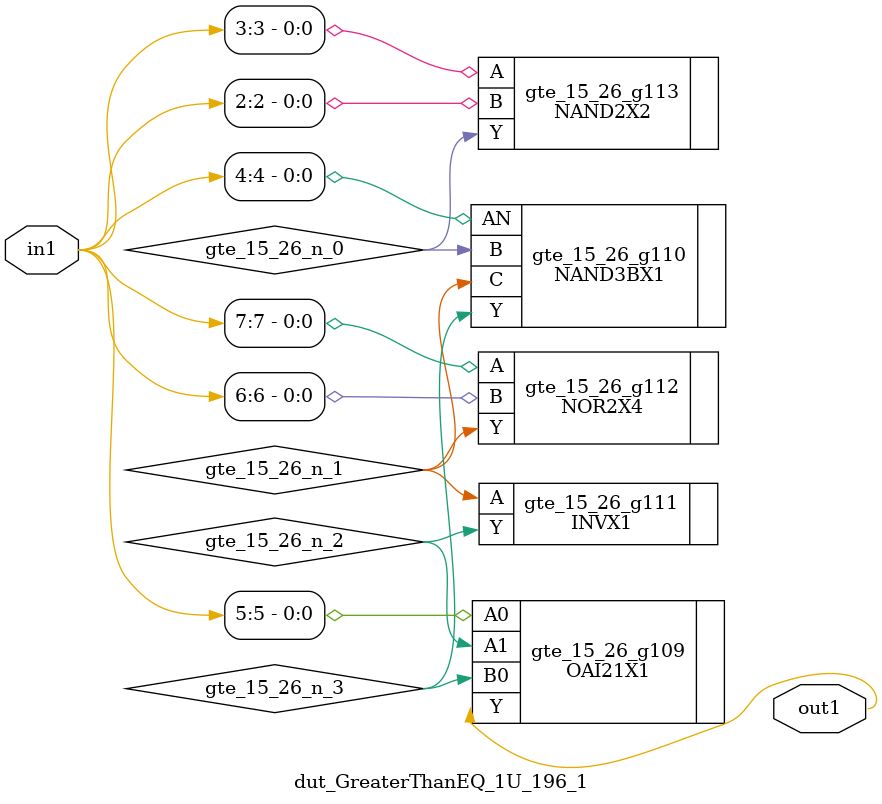
<source format=v>
`timescale 1ps / 1ps


module dut_GreaterThanEQ_1U_196_1(in1, out1);
  input [7:0] in1;
  output out1;
  wire [7:0] in1;
  wire out1;
  wire gte_15_26_n_0, gte_15_26_n_1, gte_15_26_n_2, gte_15_26_n_3;
  OAI21X1 gte_15_26_g109(.A0 (in1[5]), .A1 (gte_15_26_n_2), .B0
       (gte_15_26_n_3), .Y (out1));
  NAND3BX1 gte_15_26_g110(.AN (in1[4]), .B (gte_15_26_n_0), .C
       (gte_15_26_n_1), .Y (gte_15_26_n_3));
  INVX1 gte_15_26_g111(.A (gte_15_26_n_1), .Y (gte_15_26_n_2));
  NOR2X4 gte_15_26_g112(.A (in1[7]), .B (in1[6]), .Y (gte_15_26_n_1));
  NAND2X2 gte_15_26_g113(.A (in1[3]), .B (in1[2]), .Y (gte_15_26_n_0));
endmodule



</source>
